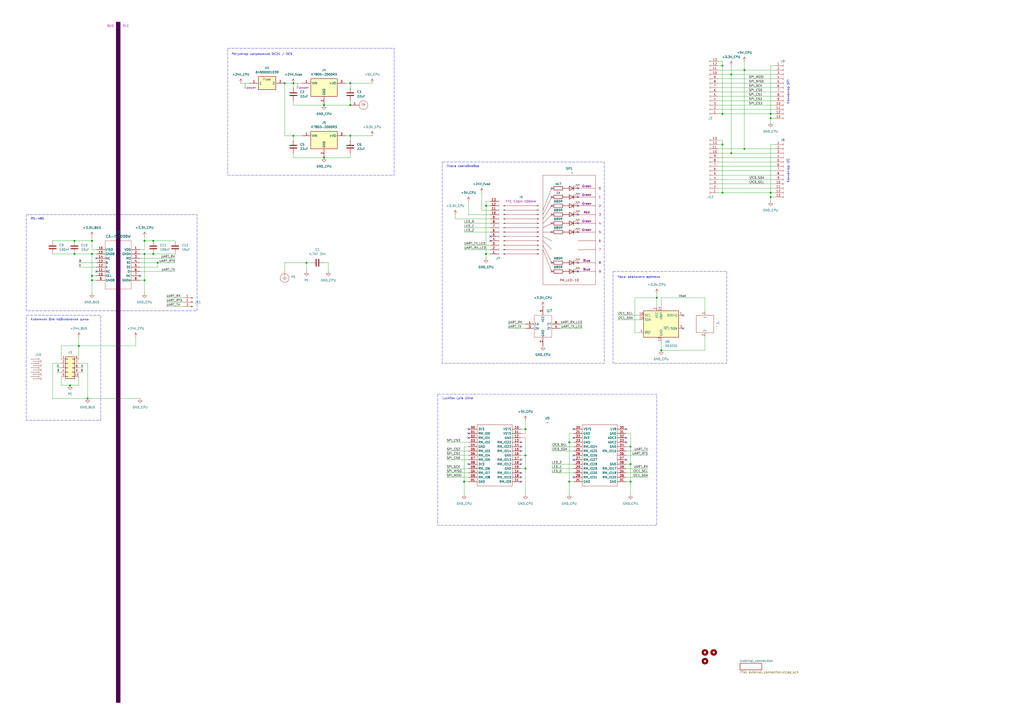
<source format=kicad_sch>
(kicad_sch (version 20250114) (generator "eeschema") (generator_version "9.0")
  (paper "A2")
  (title_block (title "${article} v${version}"))
  (rectangle (start 254 228.6) (end 381 304.8) (stroke (width 0) (type dash)))
  (rectangle (start 15.24 124.46) (end 114.3 180.34) (stroke (width 0) (type dash)))
  (rectangle (start 67.31 12.7) (end 69.85 407.67) (stroke (width 0) (type dot) (color 72 0 72 1)) (fill (type color) (color 72 0 72 1)))
  (rectangle (start 355.6 157.48) (end 421.64 210.82) (stroke (width 0) (type dash)))
  (rectangle (start 256.54 93.98) (end 350.52 210.82) (stroke (width 0) (type dash)))
  (rectangle (start 15.24 182.88) (end 58.42 243.84) (stroke (width 0) (type dash)))
  (rectangle (start 132.08 27.94) (end 228.6 101.6) (stroke (width 0) (type dash)))
  (text "BUS" (at 66.04 15.24 0) (effects (font (size 1.27 1.27)) (justify right)))
  (text "Клеммник для подключения шины" (at 17.78 185.42 0) (effects (font (size 1.27 1.27)) (justify left)))
  (text "RS-485" (at 17.78 127 0) (effects (font (size 1.27 1.27)) (justify left)))
  (text "Luckfox Lyra Ultra" (at 256.54 231.14 0) (effects (font (size 1.27 1.27)) (justify left)))
  (text "PLC" (at 71.12 15.24 0) (effects (font (size 1.27 1.27)) (justify left)))
  (text "Коннектор SPI" (at 457.2 53.34 90) (effects (font (size 1.27 1.27))))
  (text "Часы реального времени" (at 358.14 160.02 0) (effects (font (size 1.27 1.27)) (justify left top)))
  (text "Коннектор I2C" (at 457.2 99.06 90) (effects (font (size 1.27 1.27))))
  (text "Регулятор напряжения DC24 / DC5" (at 134.366 31.496 0) (effects (font (size 1.27 1.27)) (justify left)))
  (text "Плата светодиодов" (at 259.08 96.52 0) (effects (font (size 1.27 1.27)) (justify left)))
  (junction (at 447.04 111.76))
  (junction (at 170.18 48.26))
  (junction (at 53.34 160.02))
  (junction (at 419.1 66.04))
  (junction (at 83.82 139.7))
  (junction (at 281.94 119.38))
  (junction (at 447.04 66.04))
  (junction (at 424.18 88.9))
  (junction (at 43.18 139.7))
  (junction (at 177.8 152.4))
  (junction (at 281.94 147.32))
  (junction (at 365.76 259.08))
  (junction (at 83.82 147.32))
  (junction (at 330.2 279.4))
  (junction (at 365.76 269.24))
  (junction (at 269.24 279.4))
  (junction (at 45.72 200.66))
  (junction (at 83.82 162.56))
  (junction (at 187.96 60.96))
  (junction (at 53.34 139.7))
  (junction (at 304.8 271.78))
  (junction (at 53.34 147.32))
  (junction (at 419.1 111.76))
  (junction (at 165.1 48.26))
  (junction (at 50.8 231.14))
  (junction (at 53.34 162.56))
  (junction (at 304.8 264.16))
  (junction (at 431.8 40.64))
  (junction (at 203.2 60.96))
  (junction (at 187.96 91.44))
  (junction (at 365.76 279.4))
  (junction (at 330.2 256.54))
  (junction (at 40.64 223.52))
  (junction (at 91.44 152.4))
  (junction (at 43.18 147.32))
  (junction (at 304.8 248.92))
  (junction (at 419.1 38.1))
  (junction (at 88.9 139.7))
  (junction (at 88.9 147.32))
  (junction (at 447.04 114.3))
  (junction (at 419.1 83.82))
  (junction (at 383.54 203.2))
  (junction (at 447.04 68.58))
  (junction (at 203.2 48.26))
  (junction (at 381 172.72))
  (junction (at 424.18 43.18))
  (junction (at 170.18 78.74))
  (junction (at 203.2 78.74))
  (junction (at 431.8 86.36))
  (no_connect (at 55.88 157.48))
  (no_connect (at 320.04 119.38))
  (no_connect (at 363.22 248.92))
  (no_connect (at 335.28 119.38))
  (no_connect (at 302.26 261.62))
  (no_connect (at 335.28 109.22))
  (no_connect (at 335.28 124.46))
  (no_connect (at 332.74 266.7))
  (no_connect (at 320.04 157.48))
  (no_connect (at 320.04 152.4))
  (no_connect (at 335.28 129.54))
  (no_connect (at 332.74 276.86))
  (no_connect (at 302.26 276.86))
  (no_connect (at 320.04 129.54))
  (no_connect (at 363.22 254))
  (no_connect (at 335.28 134.62))
  (no_connect (at 81.28 160.02))
  (no_connect (at 335.28 114.3))
  (no_connect (at 271.78 248.92))
  (no_connect (at 302.26 256.54))
  (no_connect (at 302.26 266.7))
  (no_connect (at 332.74 264.16))
  (no_connect (at 363.22 256.54))
  (no_connect (at 302.26 274.32))
  (no_connect (at 55.88 149.86))
  (no_connect (at 335.28 152.4))
  (no_connect (at 335.28 157.48))
  (no_connect (at 302.26 269.24))
  (no_connect (at 271.78 251.46))
  (no_connect (at 284.48 137.16))
  (no_connect (at 302.26 259.08))
  (no_connect (at 302.26 279.4))
  (no_connect (at 284.48 139.7))
  (no_connect (at 320.04 124.46))
  (no_connect (at 332.74 248.92))
  (no_connect (at 363.22 266.7))
  (no_connect (at 271.78 254))
  (no_connect (at 332.74 254))
  (no_connect (at 320.04 114.3))
  (no_connect (at 320.04 134.62))
  (no_connect (at 396.24 190.5))
  (no_connect (at 271.78 269.24))
  (no_connect (at 320.04 109.22))
  (no_connect (at 396.24 182.88))
  (wire (pts (xy 53.34 147.32) (xy 53.34 160.02)))
  (wire (pts (xy 45.72 215.9) (xy 48.26 215.9)))
  (wire (pts (xy 279.4 121.92) (xy 284.48 121.92)))
  (wire (pts (xy 447.04 71.12) (xy 447.04 68.58)))
  (wire (pts (xy 88.9 147.32) (xy 101.6 147.32)))
  (wire (pts (xy 259.08 256.54) (xy 271.78 256.54)))
  (wire (pts (xy 363.22 271.78) (xy 375.92 271.78)))
  (wire (pts (xy 449.58 114.3) (xy 447.04 114.3)))
  (wire (pts (xy 259.08 271.78) (xy 271.78 271.78)))
  (wire (pts (xy 368.3 172.72) (xy 381 172.72)))
  (wire (pts (xy 170.18 78.74) (xy 170.18 81.28)))
  (wire (pts (xy 35.56 208.28) (xy 35.56 200.66)))
  (wire (pts (xy 91.44 152.4) (xy 91.44 154.94)))
  (wire (pts (xy 363.22 261.62) (xy 375.92 261.62)))
  (wire (pts (xy 96.52 175.26) (xy 106.68 175.26)))
  (wire (pts (xy 424.18 43.18) (xy 449.58 43.18)))
  (wire (pts (xy 383.54 198.12) (xy 383.54 203.2)))
  (wire (pts (xy 419.1 38.1) (xy 419.1 66.04)))
  (wire (pts (xy 190.5 157.48) (xy 190.5 152.4)))
  (wire (pts (xy 383.54 177.8) (xy 383.54 172.72)))
  (wire (pts (xy 203.2 78.74) (xy 215.9 78.74)))
  (wire (pts (xy 177.8 152.4) (xy 180.34 152.4)))
  (wire (pts (xy 269.24 142.24) (xy 284.48 142.24)))
  (wire (pts (xy 330.2 279.4) (xy 330.2 287.02)))
  (wire (pts (xy 416.56 40.64) (xy 431.8 40.64)))
  (wire (pts (xy 358.14 185.42) (xy 370.84 185.42)))
  (wire (pts (xy 40.64 223.52) (xy 45.72 223.52)))
  (wire (pts (xy 419.1 35.56) (xy 419.1 38.1)))
  (wire (pts (xy 30.48 139.7) (xy 43.18 139.7)))
  (wire (pts (xy 365.76 251.46) (xy 365.76 259.08)))
  (wire (pts (xy 363.22 259.08) (xy 365.76 259.08)))
  (wire (pts (xy 408.94 172.72) (xy 408.94 180.34)))
  (wire (pts (xy 302.26 248.92) (xy 304.8 248.92)))
  (wire (pts (xy 78.74 195.58) (xy 78.74 200.66)))
  (wire (pts (xy 53.34 139.7) (xy 53.34 144.78)))
  (wire (pts (xy 35.56 223.52) (xy 40.64 223.52)))
  (wire (pts (xy 416.56 101.6) (xy 449.58 101.6)))
  (wire (pts (xy 81.28 149.86) (xy 101.6 149.86)))
  (wire (pts (xy 45.72 195.58) (xy 45.72 200.66)))
  (wire (pts (xy 50.8 210.82) (xy 50.8 231.14)))
  (wire (pts (xy 35.56 210.82) (xy 30.48 210.82)))
  (wire (pts (xy 81.28 154.94) (xy 91.44 154.94)))
  (wire (pts (xy 55.88 147.32) (xy 53.34 147.32)))
  (wire (pts (xy 271.78 279.4) (xy 269.24 279.4)))
  (wire (pts (xy 81.28 147.32) (xy 83.82 147.32)))
  (wire (pts (xy 304.8 264.16) (xy 304.8 271.78)))
  (wire (pts (xy 45.72 152.4) (xy 55.88 152.4)))
  (wire (pts (xy 33.02 215.9) (xy 35.56 215.9)))
  (wire (pts (xy 449.58 88.9) (xy 424.18 88.9)))
  (wire (pts (xy 30.48 210.82) (xy 30.48 231.14)))
  (wire (pts (xy 332.74 279.4) (xy 330.2 279.4)))
  (wire (pts (xy 269.24 132.08) (xy 284.48 132.08)))
  (wire (pts (xy 30.48 231.14) (xy 50.8 231.14)))
  (wire (pts (xy 320.04 269.24) (xy 332.74 269.24)))
  (wire (pts (xy 170.18 60.96) (xy 187.96 60.96)))
  (wire (pts (xy 203.2 48.26) (xy 203.2 50.8)))
  (wire (pts (xy 294.64 187.96) (xy 304.8 187.96)))
  (wire (pts (xy 271.78 116.84) (xy 271.78 124.46)))
  (wire (pts (xy 281.94 119.38) (xy 281.94 147.32)))
  (wire (pts (xy 416.56 53.34) (xy 449.58 53.34)))
  (wire (pts (xy 170.18 48.26) (xy 175.26 48.26)))
  (wire (pts (xy 203.2 58.42) (xy 203.2 60.96)))
  (wire (pts (xy 447.04 68.58) (xy 447.04 66.04)))
  (wire (pts (xy 281.94 119.38) (xy 284.48 119.38)))
  (wire (pts (xy 416.56 91.44) (xy 449.58 91.44)))
  (wire (pts (xy 424.18 43.18) (xy 424.18 38.1)))
  (wire (pts (xy 365.76 279.4) (xy 363.22 279.4)))
  (wire (pts (xy 281.94 116.84) (xy 281.94 119.38)))
  (wire (pts (xy 81.28 152.4) (xy 91.44 152.4)))
  (wire (pts (xy 203.2 88.9) (xy 203.2 91.44)))
  (wire (pts (xy 332.74 251.46) (xy 330.2 251.46)))
  (wire (pts (xy 419.1 83.82) (xy 419.1 111.76)))
  (wire (pts (xy 170.18 78.74) (xy 165.1 78.74)))
  (wire (pts (xy 50.8 231.14) (xy 81.28 231.14)))
  (wire (pts (xy 139.7 48.26) (xy 144.78 48.26)))
  (wire (pts (xy 330.2 256.54) (xy 330.2 279.4)))
  (wire (pts (xy 365.76 269.24) (xy 365.76 279.4)))
  (wire (pts (xy 416.56 35.56) (xy 419.1 35.56)))
  (wire (pts (xy 431.8 40.64) (xy 449.58 40.64)))
  (wire (pts (xy 416.56 50.8) (xy 449.58 50.8)))
  (wire (pts (xy 259.08 274.32) (xy 271.78 274.32)))
  (wire (pts (xy 170.18 60.96) (xy 170.18 58.42)))
  (wire (pts (xy 447.04 38.1) (xy 447.04 66.04)))
  (wire (pts (xy 337.82 187.96) (xy 325.12 187.96)))
  (wire (pts (xy 43.18 139.7) (xy 53.34 139.7)))
  (wire (pts (xy 320.04 259.08) (xy 332.74 259.08)))
  (wire (pts (xy 416.56 45.72) (xy 449.58 45.72)))
  (wire (pts (xy 302.26 254) (xy 304.8 254)))
  (wire (pts (xy 187.96 60.96) (xy 203.2 60.96)))
  (wire (pts (xy 83.82 137.16) (xy 83.82 139.7)))
  (wire (pts (xy 363.22 276.86) (xy 375.92 276.86)))
  (wire (pts (xy 302.26 271.78) (xy 304.8 271.78)))
  (wire (pts (xy 259.08 276.86) (xy 271.78 276.86)))
  (wire (pts (xy 381 170.18) (xy 381 172.72)))
  (wire (pts (xy 368.3 193.04) (xy 370.84 193.04)))
  (wire (pts (xy 416.56 48.26) (xy 449.58 48.26)))
  (wire (pts (xy 383.54 172.72) (xy 408.94 172.72)))
  (wire (pts (xy 381 172.72) (xy 381 177.8)))
  (wire (pts (xy 332.74 256.54) (xy 330.2 256.54)))
  (wire (pts (xy 281.94 147.32) (xy 284.48 147.32)))
  (wire (pts (xy 175.26 78.74) (xy 170.18 78.74)))
  (wire (pts (xy 447.04 114.3) (xy 447.04 116.84)))
  (wire (pts (xy 96.52 172.72) (xy 106.68 172.72)))
  (wire (pts (xy 302.26 264.16) (xy 304.8 264.16)))
  (wire (pts (xy 294.64 190.5) (xy 304.8 190.5)))
  (wire (pts (xy 269.24 144.78) (xy 284.48 144.78)))
  (wire (pts (xy 203.2 48.26) (xy 215.9 48.26)))
  (wire (pts (xy 165.1 152.4) (xy 177.8 152.4)))
  (wire (pts (xy 449.58 86.36) (xy 431.8 86.36)))
  (wire (pts (xy 416.56 99.06) (xy 449.58 99.06)))
  (wire (pts (xy 419.1 66.04) (xy 447.04 66.04)))
  (wire (pts (xy 320.04 261.62) (xy 332.74 261.62)))
  (wire (pts (xy 449.58 111.76) (xy 447.04 111.76)))
  (wire (pts (xy 33.02 213.36) (xy 35.56 213.36)))
  (wire (pts (xy 416.56 93.98) (xy 449.58 93.98)))
  (wire (pts (xy 259.08 261.62) (xy 271.78 261.62)))
  (wire (pts (xy 271.78 124.46) (xy 284.48 124.46)))
  (wire (pts (xy 416.56 60.96) (xy 449.58 60.96)))
  (wire (pts (xy 416.56 83.82) (xy 419.1 83.82)))
  (wire (pts (xy 279.4 111.76) (xy 279.4 121.92)))
  (wire (pts (xy 416.56 58.42) (xy 449.58 58.42)))
  (wire (pts (xy 53.34 160.02) (xy 55.88 160.02)))
  (wire (pts (xy 363.22 274.32) (xy 375.92 274.32)))
  (wire (pts (xy 170.18 91.44) (xy 187.96 91.44)))
  (wire (pts (xy 304.8 254) (xy 304.8 264.16)))
  (wire (pts (xy 419.1 81.28) (xy 419.1 83.82)))
  (wire (pts (xy 91.44 152.4) (xy 101.6 152.4)))
  (wire (pts (xy 269.24 259.08) (xy 269.24 279.4)))
  (wire (pts (xy 363.22 264.16) (xy 375.92 264.16)))
  (wire (pts (xy 330.2 251.46) (xy 330.2 256.54)))
  (wire (pts (xy 45.72 154.94) (xy 55.88 154.94)))
  (wire (pts (xy 416.56 86.36) (xy 431.8 86.36)))
  (wire (pts (xy 269.24 129.54) (xy 284.48 129.54)))
  (wire (pts (xy 424.18 88.9) (xy 424.18 43.18)))
  (wire (pts (xy 271.78 259.08) (xy 269.24 259.08)))
  (wire (pts (xy 416.56 63.5) (xy 449.58 63.5)))
  (wire (pts (xy 83.82 147.32) (xy 83.82 162.56)))
  (wire (pts (xy 190.5 152.4) (xy 187.96 152.4)))
  (wire (pts (xy 337.82 190.5) (xy 325.12 190.5)))
  (wire (pts (xy 447.04 83.82) (xy 447.04 111.76)))
  (wire (pts (xy 30.48 147.32) (xy 43.18 147.32)))
  (wire (pts (xy 35.56 200.66) (xy 45.72 200.66)))
  (wire (pts (xy 416.56 38.1) (xy 419.1 38.1)))
  (wire (pts (xy 269.24 134.62) (xy 284.48 134.62)))
  (wire (pts (xy 264.16 127) (xy 284.48 127)))
  (wire (pts (xy 416.56 106.68) (xy 449.58 106.68)))
  (wire (pts (xy 416.56 66.04) (xy 419.1 66.04)))
  (wire (pts (xy 302.26 251.46) (xy 304.8 251.46)))
  (wire (pts (xy 363.22 269.24) (xy 365.76 269.24)))
  (wire (pts (xy 259.08 266.7) (xy 271.78 266.7)))
  (wire (pts (xy 83.82 162.56) (xy 83.82 170.18)))
  (wire (pts (xy 177.8 152.4) (xy 177.8 157.48)))
  (wire (pts (xy 269.24 279.4) (xy 269.24 287.02)))
  (wire (pts (xy 170.18 48.26) (xy 170.18 50.8)))
  (wire (pts (xy 83.82 144.78) (xy 83.82 139.7)))
  (wire (pts (xy 383.54 203.2) (xy 408.94 203.2)))
  (wire (pts (xy 431.8 86.36) (xy 431.8 40.64)))
  (wire (pts (xy 368.3 172.72) (xy 368.3 193.04)))
  (wire (pts (xy 447.04 111.76) (xy 447.04 114.3)))
  (wire (pts (xy 304.8 248.92) (xy 304.8 243.84)))
  (wire (pts (xy 259.08 264.16) (xy 271.78 264.16)))
  (wire (pts (xy 304.8 271.78) (xy 304.8 287.02)))
  (wire (pts (xy 83.82 144.78) (xy 81.28 144.78)))
  (wire (pts (xy 53.34 144.78) (xy 55.88 144.78)))
  (wire (pts (xy 200.66 78.74) (xy 203.2 78.74)))
  (wire (pts (xy 53.34 137.16) (xy 53.34 139.7)))
  (wire (pts (xy 408.94 203.2) (xy 408.94 195.58)))
  (wire (pts (xy 165.1 78.74) (xy 165.1 48.26)))
  (wire (pts (xy 365.76 259.08) (xy 365.76 269.24)))
  (wire (pts (xy 281.94 147.32) (xy 281.94 149.86)))
  (wire (pts (xy 45.72 210.82) (xy 50.8 210.82)))
  (wire (pts (xy 203.2 91.44) (xy 187.96 91.44)))
  (wire (pts (xy 165.1 48.26) (xy 170.18 48.26)))
  (wire (pts (xy 449.58 83.82) (xy 447.04 83.82)))
  (wire (pts (xy 83.82 162.56) (xy 81.28 162.56)))
  (wire (pts (xy 83.82 139.7) (xy 88.9 139.7)))
  (wire (pts (xy 304.8 251.46) (xy 304.8 248.92)))
  (wire (pts (xy 416.56 88.9) (xy 424.18 88.9)))
  (wire (pts (xy 320.04 274.32) (xy 332.74 274.32)))
  (wire (pts (xy 88.9 139.7) (xy 101.6 139.7)))
  (wire (pts (xy 45.72 213.36) (xy 48.26 213.36)))
  (wire (pts (xy 419.1 111.76) (xy 447.04 111.76)))
  (wire (pts (xy 416.56 104.14) (xy 449.58 104.14)))
  (wire (pts (xy 416.56 55.88) (xy 449.58 55.88)))
  (wire (pts (xy 96.52 177.8) (xy 106.68 177.8)))
  (wire (pts (xy 45.72 208.28) (xy 45.72 200.66)))
  (wire (pts (xy 81.28 157.48) (xy 101.6 157.48)))
  (wire (pts (xy 449.58 66.04) (xy 447.04 66.04)))
  (wire (pts (xy 35.56 218.44) (xy 35.56 223.52)))
  (wire (pts (xy 203.2 78.74) (xy 203.2 81.28)))
  (wire (pts (xy 53.34 160.02) (xy 53.34 162.56)))
  (wire (pts (xy 53.34 162.56) (xy 55.88 162.56)))
  (wire (pts (xy 449.58 38.1) (xy 447.04 38.1)))
  (wire (pts (xy 78.74 200.66) (xy 45.72 200.66)))
  (wire (pts (xy 45.72 223.52) (xy 45.72 218.44)))
  (wire (pts (xy 358.14 182.88) (xy 370.84 182.88)))
  (wire (pts (xy 363.22 251.46) (xy 365.76 251.46)))
  (wire (pts (xy 416.56 96.52) (xy 449.58 96.52)))
  (wire (pts (xy 170.18 88.9) (xy 170.18 91.44)))
  (wire (pts (xy 43.18 147.32) (xy 53.34 147.32)))
  (wire (pts (xy 365.76 287.02) (xy 365.76 279.4)))
  (wire (pts (xy 431.8 35.56) (xy 431.8 40.64)))
  (wire (pts (xy 416.56 109.22) (xy 449.58 109.22)))
  (wire (pts (xy 264.16 127) (xy 264.16 124.46)))
  (wire (pts (xy 83.82 147.32) (xy 88.9 147.32)))
  (wire (pts (xy 165.1 157.48) (xy 165.1 152.4)))
  (wire (pts (xy 320.04 271.78) (xy 332.74 271.78)))
  (wire (pts (xy 53.34 162.56) (xy 53.34 170.18)))
  (wire (pts (xy 416.56 43.18) (xy 424.18 43.18)))
  (wire (pts (xy 200.66 48.26) (xy 203.2 48.26)))
  (wire (pts (xy 416.56 81.28) (xy 419.1 81.28)))
  (wire (pts (xy 447.04 68.58) (xy 449.58 68.58)))
  (wire (pts (xy 416.56 111.76) (xy 419.1 111.76)))
  (wire (pts (xy 284.48 116.84) (xy 281.94 116.84)))
  (label "UART_RTS" (at 375.92 264.16 180))
  (label "SPI_MOSI" (at 259.08 276.86 0))
  (label "UART_RTS" (at 96.52 175.26 0))
  (label "Vbat" (at 393.7 172.72 0))
  (label "SPI_CS2" (at 434.34 58.42 0))
  (label "UART_RX_LED" (at 269.24 144.78 0))
  (label "I2C0_SDA" (at 434.34 104.14 0))
  (label "SPI_CS0" (at 434.34 53.34 0))
  (label "UART_TX_LED" (at 269.24 142.24 0))
  (label "LED_1" (at 269.24 132.08 0))
  (label "UART_RX" (at 294.64 187.96 0))
  (label "I2C0_SCL" (at 434.34 106.68 0))
  (label "UART_RTS" (at 101.6 152.4 180))
  (label "SPI_CS3" (at 259.08 256.54 0))
  (label "LED_2" (at 269.24 134.62 0))
  (label "I2C0_SDA" (at 320.04 261.62 0))
  (label "A" (at 33.02 213.36 0))
  (label "SPI_CS1" (at 434.34 55.88 0))
  (label "A" (at 48.26 213.36 180))
  (label "I2C1_SDA" (at 358.14 185.42 0))
  (label "SPI_CS1" (at 259.08 264.16 0))
  (label "UART_TX_LED" (at 337.82 190.5 180))
  (label "UART_TX" (at 294.64 190.5 0))
  (label "UART_RX" (at 375.92 271.78 180))
  (label "UART_RX_LED" (at 337.82 187.96 180))
  (label "UART_RX" (at 96.52 172.72 0))
  (label "I2C1_SDA" (at 375.92 276.86 180))
  (label "LED_2" (at 320.04 269.24 0))
  (label "B" (at 33.02 215.9 0))
  (label "LED_0" (at 320.04 274.32 0))
  (label "LED_1" (at 320.04 271.78 0))
  (label "UART_TX" (at 375.92 261.62 180))
  (label "LED_0" (at 269.24 129.54 0))
  (label "SPI_MOSI" (at 434.34 45.72 0))
  (label "UART_TX" (at 101.6 157.48 180))
  (label "B" (at 45.72 152.4 0))
  (label "B" (at 48.26 215.9 180))
  (label "UART_RX" (at 101.6 149.86 180))
  (label "SPI_MISO" (at 434.34 48.26 0))
  (label "SPI_SCK" (at 259.08 271.78 0))
  (label "I2C0_SCL" (at 320.04 259.08 0))
  (label "SPI_CS0" (at 259.08 266.7 0))
  (label "SPI_MISO" (at 259.08 274.32 0))
  (label "UART_TX" (at 96.52 177.8 0))
  (label "SPI_CS2" (at 259.08 261.62 0))
  (label "A" (at 45.72 154.94 0))
  (label "I2C1_SCL" (at 375.92 274.32 180))
  (label "SPI_SCK" (at 434.34 50.8 0))
  (label "SPI_CS3" (at 434.34 60.96 0))
  (label "I2C1_SCL" (at 358.14 182.88 0))
  (netclass_flag "" (length 2.54) (shape round) (at 172.72 48.26 180) (property "Netclass" "power" (at 173.4185 50.8 0) (effects (font (italic yes)) (justify left))))
  (netclass_flag "" (length 2.54) (shape round) (at 142.24 48.26 180) (property "Netclass" "power" (at 142.9385 50.8 0) (effects (font (italic yes)) (justify left))))
  (symbol (lib_id "kicad_inventree_lib:15EDGKNH-3.5-10P") (at 22.86 213.36 0) (unit 1) (on_board no)
    (property "Reference" "J10" (at 20.32 205.74 0) (effects (justify left)))
    (property "Value" "15EDGKNH-3.5-10P" (effects (hide yes)))
    (property "Datasheet" "http://inventree.network/part/257/" (effects (hide yes)))
    (property "Description" "Generic connector, single row, 01x05, script generated" (effects (hide yes)))
    (property "part_ipn" "15EDGKNH-3.5-10P" (effects (hide yes)))
  )
  (symbol (lib_id "power:GND") (at 187.96 60.96 0) (unit 1)
    (property "Reference" "#PWR04" (effects (hide yes)))
    (property "Value" "GND_CPU" (at 187.96 66.04 0))
    (property "Description" "Power symbol creates a global label with name \"GND\" , ground" (effects (hide yes)))
  )
  (symbol (lib_id "kicad_inventree_lib:R_680R_0603_1%") (at 323.85 129.54 90) (unit 1) (on_board no)
    (property "Reference" "R5" (effects (hide yes)))
    (property "Value" "680R" (at 323.85 127 90))
    (property "Footprint" "Resistor_SMD:R_0603_1608Metric" (effects (hide yes)))
    (property "Datasheet" "http://inventree.network/part/281/" (effects (hide yes)))
    (property "Description" "Resistor" (effects (hide yes)))
    (property "part_ipn" "R_680R_0603_1%" (effects (hide yes)))
  )
  (symbol (lib_id "power:GND") (at 40.64 223.52 0) (mirror y) (unit 1)
    (property "Reference" "#PWR023" (effects (hide yes)))
    (property "Value" "PE" (at 40.64 228.6 0))
    (property "Description" "Power symbol creates a global label with name \"GND\" , ground" (effects (hide yes)))
  )
  (symbol (lib_id "kicad_inventree_lib:AFA07-S12FCC-00") (at 411.48 101.6 180) (unit 1)
    (property "Reference" "J12" (at 412.115 114.3 0))
    (property "Value" "AFA07-S10FCC-00" (effects (hide yes)))
    (property "Footprint" "kicad_inventree_lib:CONN10_AFA07-S12_JUS" (effects (hide yes)))
    (property "Datasheet" "http://inventree.network/part/170/" (effects (hide yes)))
    (property "Description" "Generic connector, single row, 01x10, script generated" (effects (hide yes)))
    (property "part_ipn" "AFA07-S12FCC-00" (effects (hide yes)))
  )
  (symbol (lib_id "kicad_inventree_lib:R_680R_0603_1%") (at 323.85 157.48 90) (unit 1) (on_board no)
    (property "Reference" "R8" (effects (hide yes)))
    (property "Value" "680R" (at 323.85 154.94 90))
    (property "Footprint" "Resistor_SMD:R_0603_1608Metric" (effects (hide yes)))
    (property "Datasheet" "http://inventree.network/part/281/" (effects (hide yes)))
    (property "Description" "Resistor" (effects (hide yes)))
    (property "part_ipn" "R_680R_0603_1%" (effects (hide yes)))
  )
  (symbol (lib_id "kicad_inventree_lib:MountingHole_M3") (at 408.94 383.54 0) (unit 1) (exclude_from_sim yes) (in_bom no)
    (property "Reference" "H2" (effects (hide yes)))
    (property "Value" "MountingHole_M3" (effects (hide yes)))
    (property "Footprint" "kicad_inventree_lib:MountingHole_M3" (effects (hide yes)))
    (property "Description" "Mounting Hole without connection" (effects (hide yes)))
  )
  (symbol (lib_id "kicad_inventree_lib:XL-1606SYGC") (at 331.47 109.22 180) (unit 1) (on_board no)
    (property "Reference" "D2" (effects (hide yes)))
    (property "Value" "XL-1606SYGC" (effects (hide yes)))
    (property "Footprint" "kicad_inventree_lib:XL-1606" (effects (hide yes)))
    (property "Datasheet" "http://inventree.network/part/278/" (effects (hide yes)))
    (property "Description" "Green" (at 340.36 107.95 0))
    (property "part_ipn" "XL-1606SYGC" (effects (hide yes)))
  )
  (symbol (lib_id "power:+3.3V") (at 314.96 177.8 0) (unit 1)
    (property "Reference" "#PWR037" (effects (hide yes)))
    (property "Value" "+3.3V_CPU" (at 314.96 172.72 0))
    (property "Description" "Power symbol creates a global label with name \"+3.3V\"" (effects (hide yes)))
  )
  (symbol (lib_id "kicad_inventree_lib:AFA07-S12FCC-00") (at 411.48 55.88 180) (unit 1)
    (property "Reference" "J2" (at 412.115 68.58 0))
    (property "Value" "AFA07-S10FCC-00" (effects (hide yes)))
    (property "Footprint" "kicad_inventree_lib:CONN10_AFA07-S12_JUS" (effects (hide yes)))
    (property "Datasheet" "http://inventree.network/part/170/" (effects (hide yes)))
    (property "Description" "Generic connector, single row, 01x10, script generated" (effects (hide yes)))
    (property "part_ipn" "AFA07-S12FCC-00" (effects (hide yes)))
  )
  (symbol (lib_id "power:+5V") (at 215.9 48.26 0) (unit 1)
    (property "Reference" "#PWR03" (effects (hide yes)))
    (property "Value" "+5V_CPU" (at 215.9 43.18 0))
    (property "Description" "Power symbol creates a global label with name \"+5V\"" (effects (hide yes)))
  )
  (symbol (lib_id "power:GND") (at 269.24 287.02 0) (unit 1)
    (property "Reference" "#PWR044" (effects (hide yes)))
    (property "Value" "GND_CPU" (at 269.24 292.1 0))
    (property "Description" "Power symbol creates a global label with name \"GND\" , ground" (effects (hide yes)))
  )
  (symbol (lib_id "kicad_inventree_lib:XL-1606SYGC") (at 331.47 114.3 180) (unit 1) (on_board no)
    (property "Reference" "D3" (effects (hide yes)))
    (property "Value" "XL-1606SYGC" (effects (hide yes)))
    (property "Footprint" "kicad_inventree_lib:XL-1606" (effects (hide yes)))
    (property "Datasheet" "http://inventree.network/part/278/" (effects (hide yes)))
    (property "Description" "Green" (at 340.36 113.03 0))
    (property "part_ipn" "XL-1606SYGC" (effects (hide yes)))
  )
  (symbol (lib_id "power:+5V") (at 78.74 195.58 0) (mirror y) (unit 1)
    (property "Reference" "#PWR025" (effects (hide yes)))
    (property "Value" "+24V_CPU" (at 78.74 190.5 0))
    (property "Description" "Power symbol creates a global label with name \"+5V\"" (effects (hide yes)))
  )
  (symbol (lib_id "power:GND") (at 281.94 149.86 0) (unit 1)
    (property "Reference" "#PWR032" (effects (hide yes)))
    (property "Value" "GND_CPU" (at 281.94 154.94 0))
    (property "Description" "Power symbol creates a global label with name \"GND\" , ground" (effects (hide yes)))
  )
  (symbol (lib_id "power:GND") (at 383.54 203.2 0) (unit 1)
    (property "Reference" "#PWR034" (effects (hide yes)))
    (property "Value" "GND_CPU" (at 383.54 208.28 0))
    (property "Description" "Power symbol creates a global label with name \"GND\" , ground" (effects (hide yes)))
  )
  (symbol (lib_id "kicad_inventree_lib:R_680R_0603_1%") (at 323.85 152.4 90) (unit 1) (on_board no)
    (property "Reference" "R7" (effects (hide yes)))
    (property "Value" "680R" (at 323.85 149.86 90))
    (property "Footprint" "Resistor_SMD:R_0603_1608Metric" (effects (hide yes)))
    (property "Datasheet" "http://inventree.network/part/281/" (effects (hide yes)))
    (property "Description" "Resistor" (effects (hide yes)))
    (property "part_ipn" "R_680R_0603_1%" (effects (hide yes)))
  )
  (symbol (lib_id "power:GND") (at 330.2 287.02 0) (unit 1)
    (property "Reference" "#PWR042" (effects (hide yes)))
    (property "Value" "GND_CPU" (at 330.2 292.1 0))
    (property "Description" "Power symbol creates a global label with name \"GND\" , ground" (effects (hide yes)))
  )
  (symbol (lib_id "kicad_inventree_lib:XL-1606SYGC") (at 331.47 129.54 180) (unit 1) (on_board no)
    (property "Reference" "D6" (effects (hide yes)))
    (property "Value" "XL-1606SYGC" (effects (hide yes)))
    (property "Footprint" "kicad_inventree_lib:XL-1606" (effects (hide yes)))
    (property "Datasheet" "http://inventree.network/part/278/" (effects (hide yes)))
    (property "Description" "Green" (at 340.36 128.27 0))
    (property "part_ipn" "XL-1606SYGC" (effects (hide yes)))
  )
  (symbol (lib_id "kicad_inventree_lib:BS-12-A1AJ002-F") (at 408.94 182.88 0) (unit 1)
    (property "Reference" "J1" (at 415.29 187.3249 0) (effects (justify left)))
    (property "Value" "~" (at 415.29 189.23 0) (effects (justify left)))
    (property "Footprint" "kicad_inventree_lib:BS-12-A1AJ002-F" (effects (hide yes)))
    (property "Datasheet" "http://inventree.network/part/215/" (effects (hide yes)))
    (property "part_ipn" "BS-12-A1AJ002-F" (effects (hide yes)))
  )
  (symbol (lib_id "kicad_inventree_lib:XL-1606SYGC") (at 331.47 134.62 180) (unit 1) (on_board no)
    (property "Reference" "D7" (effects (hide yes)))
    (property "Value" "XL-1606SYGC" (effects (hide yes)))
    (property "Footprint" "kicad_inventree_lib:XL-1606" (effects (hide yes)))
    (property "Datasheet" "http://inventree.network/part/278/" (effects (hide yes)))
    (property "Description" "Green" (at 340.36 133.35 0))
    (property "part_ipn" "XL-1606SYGC" (effects (hide yes)))
  )
  (symbol (lib_id "kicad_inventree_lib:C_22uF_50V_2220_MLCC-X7R") (at 203.2 54.61 0) (unit 1)
    (property "Reference" "C3" (at 207.01 53.3399 0) (effects (justify left)))
    (property "Value" "22uF" (at 207.01 55.8799 0) (effects (justify left)))
    (property "Footprint" "Capacitor_SMD:C_2220_5750Metric" (effects (hide yes)))
    (property "Datasheet" "http://inventree.network/part/99/" (effects (hide yes)))
    (property "Description" "Unpolarized capacitor" (effects (hide yes)))
    (property "part_ipn" "C_22uF_50V_2220_MLCC-X7R" (effects (hide yes)))
  )
  (symbol (lib_id "power:GND") (at 365.76 287.02 0) (unit 1)
    (property "Reference" "#PWR043" (effects (hide yes)))
    (property "Value" "GND_CPU" (at 365.76 292.1 0))
    (property "Description" "Power symbol creates a global label with name \"GND\" , ground" (effects (hide yes)))
  )
  (symbol (lib_id "power:+5V") (at 431.8 35.56 0) (unit 1)
    (property "Reference" "#PWR028" (effects (hide yes)))
    (property "Value" "+5V_CPU" (at 431.8 30.48 0))
    (property "Description" "Power symbol creates a global label with name \"+5V\"" (effects (hide yes)))
  )
  (symbol (lib_id "kicad_inventree_lib:XL-1606UBC") (at 331.47 157.48 180) (unit 1) (on_board no)
    (property "Reference" "D9" (effects (hide yes)))
    (property "Value" "XL-1606UBC" (effects (hide yes)))
    (property "Footprint" "kicad_inventree_lib:XL-1606" (effects (hide yes)))
    (property "Datasheet" "http://inventree.network/part/277/" (effects (hide yes)))
    (property "Description" "Blue" (at 340.36 156.21 0))
    (property "part_ipn" "XL-1606UBC" (effects (hide yes)))
  )
  (symbol (lib_id "kicad_inventree_lib:AFA07-S12FCC-00") (at 454.66 93.98 0) (unit 1)
    (property "Reference" "J8" (at 454.025 81.28 0))
    (property "Value" "AFA07-S10FCC-00" (effects (hide yes)))
    (property "Footprint" "kicad_inventree_lib:CONN10_AFA07-S12_JUS" (effects (hide yes)))
    (property "Datasheet" "http://inventree.network/part/170/" (effects (hide yes)))
    (property "Description" "Generic connector, single row, 01x10, script generated" (effects (hide yes)))
    (property "part_ipn" "AFA07-S12FCC-00" (effects (hide yes)))
  )
  (symbol (lib_id "kicad_inventree_lib:R_680R_0603_1%") (at 323.85 124.46 90) (unit 1) (on_board no)
    (property "Reference" "R4" (effects (hide yes)))
    (property "Value" "680R" (at 323.85 121.92 90))
    (property "Footprint" "Resistor_SMD:R_0603_1608Metric" (effects (hide yes)))
    (property "Datasheet" "http://inventree.network/part/281/" (effects (hide yes)))
    (property "Description" "Resistor" (effects (hide yes)))
    (property "part_ipn" "R_680R_0603_1%" (effects (hide yes)))
  )
  (symbol (lib_id "kicad_inventree_lib:R_1k_0603_1%") (at 323.85 114.3 90) (unit 1) (on_board no)
    (property "Reference" "R1" (effects (hide yes)))
    (property "Value" "1k" (at 323.85 111.76 90))
    (property "Footprint" "Resistor_SMD:R_0603_1608Metric" (effects (hide yes)))
    (property "Datasheet" "http://inventree.network/part/280/" (effects (hide yes)))
    (property "Description" "Resistor" (effects (hide yes)))
    (property "part_ipn" "R_1k_0603_1%" (effects (hide yes)))
  )
  (symbol (lib_id "kicad_inventree_lib:XL-1606SURC") (at 331.47 124.46 180) (unit 1) (on_board no)
    (property "Reference" "D5" (effects (hide yes)))
    (property "Value" "XL-1606SURC" (effects (hide yes)))
    (property "Footprint" "kicad_inventree_lib:XL-1606" (effects (hide yes)))
    (property "Datasheet" "http://inventree.network/part/279/" (effects (hide yes)))
    (property "Description" "Red" (at 340.36 123.19 0))
    (property "part_ipn" "XL-1606SURC" (effects (hide yes)))
  )
  (symbol (lib_id "power:+5V") (at 139.7 48.26 0) (unit 1)
    (property "Reference" "#PWR010" (effects (hide yes)))
    (property "Value" "+24V_CPU" (at 139.7 43.18 0))
    (property "Description" "Power symbol creates a global label with name \"+5V\"" (effects (hide yes)))
  )
  (symbol (lib_id "kicad_inventree_lib:PE") (at 165.1 157.48 0) (unit 1) (in_bom no)
    (property "Reference" "PE1" (effects (hide yes)))
    (property "Value" "PE" (at 168.91 160.6549 0) (effects (justify left)))
    (property "Footprint" "kicad_inventree_lib:PE" (effects (hide yes)))
    (property "Description" "Power symbol creates a global label with name \"Earth_Protective\"" (effects (hide yes)))
  )
  (symbol (lib_id "kicad_inventree_lib:C_22uF_50V_2220_MLCC-X7R") (at 170.18 85.09 0) (unit 1)
    (property "Reference" "C5" (at 173.99 83.8199 0) (effects (justify left)))
    (property "Value" "22uF" (at 173.99 86.3599 0) (effects (justify left)))
    (property "Footprint" "Capacitor_SMD:C_2220_5750Metric" (effects (hide yes)))
    (property "Datasheet" "http://inventree.network/part/99/" (effects (hide yes)))
    (property "Description" "Unpolarized capacitor" (effects (hide yes)))
    (property "part_ipn" "C_22uF_50V_2220_MLCC-X7R" (effects (hide yes)))
  )
  (symbol (lib_id "power:+5V") (at 279.4 111.76 0) (unit 1)
    (property "Reference" "#PWR015" (effects (hide yes)))
    (property "Value" "+24V_fuse" (at 279.4 106.68 0))
    (property "Description" "Power symbol creates a global label with name \"+5V\"" (effects (hide yes)))
  )
  (symbol (lib_id "power:+3.3V") (at 381 170.18 0) (unit 1)
    (property "Reference" "#PWR033" (effects (hide yes)))
    (property "Value" "+3.3V_CPU" (at 381 165.1 0))
    (property "Description" "Power symbol creates a global label with name \"+3.3V\"" (effects (hide yes)))
  )
  (symbol (lib_id "power:+5V") (at 271.78 116.84 0) (unit 1)
    (property "Reference" "#PWR013" (effects (hide yes)))
    (property "Value" "+5V_CPU" (at 271.78 111.76 0))
    (property "Description" "Power symbol creates a global label with name \"+5V\"" (effects (hide yes)))
  )
  (symbol (lib_id "power:+3.3V") (at 264.16 124.46 0) (unit 1)
    (property "Reference" "#PWR022" (effects (hide yes)))
    (property "Value" "+3.3V_CPU" (at 264.16 119.38 0))
    (property "Description" "Power symbol creates a global label with name \"+3.3V\"" (effects (hide yes)))
  )
  (symbol (lib_id "kicad_inventree_lib:C_22uF_50V_2220_MLCC-X7R") (at 203.2 85.09 0) (unit 1)
    (property "Reference" "C6" (at 207.01 83.8199 0) (effects (justify left)))
    (property "Value" "22uF" (at 207.01 86.3599 0) (effects (justify left)))
    (property "Footprint" "Capacitor_SMD:C_2220_5750Metric" (effects (hide yes)))
    (property "Datasheet" "http://inventree.network/part/99/" (effects (hide yes)))
    (property "Description" "Unpolarized capacitor" (effects (hide yes)))
    (property "part_ipn" "C_22uF_50V_2220_MLCC-X7R" (effects (hide yes)))
  )
  (symbol (lib_id "power:+5V") (at 170.18 48.26 0) (unit 1)
    (property "Reference" "#PWR040" (effects (hide yes)))
    (property "Value" "+24V_fuse" (at 170.18 43.18 0))
    (property "Description" "Power symbol creates a global label with name \"+5V\"" (effects (hide yes)))
  )
  (symbol (lib_id "kicad_inventree_lib:R_680R_0603_1%") (at 323.85 119.38 90) (unit 1) (on_board no)
    (property "Reference" "R3" (effects (hide yes)))
    (property "Value" "680R" (at 323.85 116.84 90))
    (property "Footprint" "Resistor_SMD:R_0603_1608Metric" (effects (hide yes)))
    (property "Datasheet" "http://inventree.network/part/281/" (effects (hide yes)))
    (property "Description" "Resistor" (effects (hide yes)))
    (property "part_ipn" "R_680R_0603_1%" (effects (hide yes)))
  )
  (symbol (lib_id "kicad_inventree_lib:LuckfoxLyraUltra") (at 317.5 289.56 0) (unit 1)
    (property "Reference" "U5" (at 317.5 242.57 0))
    (property "Value" "~" (at 317.5 245.11 0))
    (property "Footprint" "kicad_inventree_lib:LuckfoxLyraUltra" (effects (hide yes)))
  )
  (symbol (lib_id "kicad_inventree_lib:XL-1606UBC") (at 331.47 152.4 180) (unit 1) (on_board no)
    (property "Reference" "D8" (effects (hide yes)))
    (property "Value" "XL-1606UBC" (effects (hide yes)))
    (property "Footprint" "kicad_inventree_lib:XL-1606" (effects (hide yes)))
    (property "Datasheet" "http://inventree.network/part/277/" (effects (hide yes)))
    (property "Description" "Blue" (at 340.36 151.13 0))
    (property "part_ipn" "XL-1606UBC" (effects (hide yes)))
  )
  (symbol (lib_id "kicad_inventree_lib:C_10uF_16V_0805_MLCC-X7R") (at 43.18 143.51 0) (unit 1)
    (property "Reference" "C10" (at 46.99 142.2399 0) (effects (justify left)))
    (property "Value" "10uF" (at 46.99 144.7799 0) (effects (justify left)))
    (property "Footprint" "Capacitor_SMD:C_0805_2012Metric" (effects (hide yes)))
    (property "Datasheet" "http://inventree.network/part/271/" (effects (hide yes)))
    (property "Description" "Unpolarized capacitor" (effects (hide yes)))
    (property "part_ipn" "C_10uF_16V_0805_MLCC-X7R" (effects (hide yes)))
  )
  (symbol (lib_id "power:+3.3V") (at 53.34 137.16 0) (unit 1)
    (property "Reference" "#PWR02" (effects (hide yes)))
    (property "Value" "+3.3V_BUS" (at 53.34 132.08 0))
    (property "Description" "Power symbol creates a global label with name \"+3.3V\"" (effects (hide yes)))
  )
  (symbol (lib_id "kicad_inventree_lib:C_22uF_50V_2220_MLCC-X7R") (at 170.18 54.61 0) (unit 1)
    (property "Reference" "C2" (at 173.99 53.3399 0) (effects (justify left)))
    (property "Value" "22uF" (at 173.99 55.8799 0) (effects (justify left)))
    (property "Footprint" "Capacitor_SMD:C_2220_5750Metric" (effects (hide yes)))
    (property "Datasheet" "http://inventree.network/part/99/" (effects (hide yes)))
    (property "Description" "Unpolarized capacitor" (effects (hide yes)))
    (property "part_ipn" "C_22uF_50V_2220_MLCC-X7R" (effects (hide yes)))
  )
  (symbol (lib_id "kicad_inventree_lib:C_4.7nF_2kV_1812_MLCC-X7R") (at 184.15 152.4 90) (unit 1)
    (property "Reference" "C1" (at 184.15 144.78 90))
    (property "Value" "4.7nF 2kV" (at 184.15 147.32 90))
    (property "Footprint" "Capacitor_SMD:C_1812_4532Metric" (effects (hide yes)))
    (property "Datasheet" "http://inventree.network/part/112/" (effects (hide yes)))
    (property "Description" "Unpolarized capacitor" (effects (hide yes)))
    (property "part_ipn" "C_4.7nF_2kV_1812_MLCC-X7R" (effects (hide yes)))
  )
  (symbol (lib_id "power:GND") (at 314.96 200.66 0) (unit 1)
    (property "Reference" "#PWR038" (effects (hide yes)))
    (property "Value" "GND_CPU" (at 314.96 205.74 0))
    (property "Description" "Power symbol creates a global label with name \"GND\" , ground" (effects (hide yes)))
  )
  (symbol (lib_id "power:+5V") (at 304.8 243.84 0) (unit 1)
    (property "Reference" "#PWR020" (effects (hide yes)))
    (property "Value" "+5V_CPU" (at 304.8 238.76 0))
    (property "Description" "Power symbol creates a global label with name \"+5V\"" (effects (hide yes)))
  )
  (symbol (lib_id "kicad_inventree_lib:15EDGRHC-THR-3.5-10P") (at 40.64 215.9 0) (unit 1)
    (property "Reference" "J3" (at 40.64 204.47 0))
    (property "Value" "15EDGRHC-THR-3.5-10P" (effects (hide yes)))
    (property "Footprint" "kicad_inventree_lib:15EDGRHC-THR-3.5-10P" (effects (hide yes)))
    (property "Datasheet" "http://inventree.network/part/232/" (effects (hide yes)))
    (property "Description" "Generic connector, double row, 02x05, odd/even pin numbering scheme (row 1 odd numbers, row 2 even numbers), script generated (kicad-library-utils/schlib/autogen/connector/)" (effects (hide yes)))
    (property "part_ipn" "15EDGRHC-THR-3.5-10P" (effects (hide yes)))
  )
  (symbol (lib_id "kicad_inventree_lib:R_4k7_0603_1%") (at 323.85 109.22 90) (unit 1) (on_board no)
    (property "Reference" "R2" (effects (hide yes)))
    (property "Value" "4k7" (at 323.85 106.68 90))
    (property "Footprint" "Resistor_SMD:R_0603_1608Metric" (effects (hide yes)))
    (property "Datasheet" "http://inventree.network/part/262/" (effects (hide yes)))
    (property "Description" "Resistor" (effects (hide yes)))
    (property "part_ipn" "R_4k7_0603_1%" (effects (hide yes)))
  )
  (symbol (lib_id "kicad_inventree_lib:K7803-2000R3") (at 187.96 76.2 0) (unit 1)
    (property "Reference" "J5" (at 187.96 71.12 0))
    (property "Value" "K7803-2000R3" (at 187.96 73.66 0))
    (property "Footprint" "kicad_inventree_lib:K7805-2000R3" (effects (hide yes)))
    (property "Datasheet" "http://inventree.network/part/118/" (effects (hide yes)))
    (property "Description" "K7803-2000R3" (effects (hide yes)))
    (property "part_ipn" "K7803-2000R3" (effects (hide yes)))
  )
  (symbol (lib_id "power:GND") (at 50.8 231.14 0) (mirror y) (unit 1)
    (property "Reference" "#PWR027" (effects (hide yes)))
    (property "Value" "GND_BUS" (at 50.8 236.22 0))
    (property "Description" "Power symbol creates a global label with name \"GND\" , ground" (effects (hide yes)))
  )
  (symbol (lib_id "power:GND") (at 53.34 170.18 0) (unit 1)
    (property "Reference" "#PWR06" (effects (hide yes)))
    (property "Value" "GND_BUS" (at 53.34 175.26 0))
    (property "Description" "Power symbol creates a global label with name \"GND\" , ground" (effects (hide yes)))
  )
  (symbol (lib_id "power:+3.3V") (at 215.9 78.74 0) (unit 1)
    (property "Reference" "#PWR018" (effects (hide yes)))
    (property "Value" "+3.3V_CPU" (at 215.9 73.66 0))
    (property "Description" "Power symbol creates a global label with name \"+3.3V\"" (effects (hide yes)))
  )
  (symbol (lib_id "kicad_inventree_lib:R_680R_0603_1%") (at 323.85 134.62 90) (unit 1) (on_board no)
    (property "Reference" "R6" (effects (hide yes)))
    (property "Value" "680R" (at 323.85 132.08 90))
    (property "Footprint" "Resistor_SMD:R_0603_1608Metric" (effects (hide yes)))
    (property "Datasheet" "http://inventree.network/part/281/" (effects (hide yes)))
    (property "Description" "Resistor" (effects (hide yes)))
    (property "part_ipn" "R_680R_0603_1%" (effects (hide yes)))
  )
  (symbol (lib_id "power:+3.3V") (at 424.18 38.1 0) (unit 1)
    (property "Reference" "#PWR01" (effects (hide yes)))
    (property "Value" "+3.3V_CPU" (at 424.18 33.02 0))
    (property "Description" "Power symbol creates a global label with name \"+3.3V\"" (effects (hide yes)))
  )
  (symbol (lib_id "kicad_inventree_lib:AFA07-S12FCC-00") (at 454.66 48.26 0) (unit 1)
    (property "Reference" "J9" (at 454.025 35.56 0))
    (property "Value" "AFA07-S10FCC-00" (effects (hide yes)))
    (property "Footprint" "kicad_inventree_lib:CONN10_AFA07-S12_JUS" (effects (hide yes)))
    (property "Datasheet" "http://inventree.network/part/170/" (effects (hide yes)))
    (property "Description" "Generic connector, single row, 01x10, script generated" (effects (hide yes)))
    (property "part_ipn" "AFA07-S12FCC-00" (effects (hide yes)))
  )
  (symbol (lib_id "kicad_inventree_lib:C_100nF_16V_0603_MLCC-X7R") (at 88.9 143.51 0) (unit 1)
    (property "Reference" "C11" (at 92.71 142.2399 0) (effects (justify left)))
    (property "Value" "100nF" (at 92.71 144.7799 0) (effects (justify left)))
    (property "Footprint" "Capacitor_SMD:C_0603_1608Metric" (effects (hide yes)))
    (property "Datasheet" "http://inventree.network/part/221" (effects (hide yes)))
    (property "Description" "Unpolarized capacitor" (effects (hide yes)))
    (property "part_ipn" "C_100nF_16V_0603_MLCC-X7R" (effects (hide yes)))
  )
  (symbol (lib_id "kicad_inventree_lib:CA-IS3098W") (at 68.58 139.7 0) (mirror y) (unit 1)
    (property "Reference" "U4" (at 68.58 134.62 0) (effects (font (size 1.524 1.524))))
    (property "Value" "CA-IS3098W" (at 68.58 137.16 0) (effects (font (size 1.524 1.524))))
    (property "Footprint" "kicad_inventree_lib:SOIC16-WBW_CLG" (effects (hide yes)))
    (property "Datasheet" "http://inventree.network/part/218/" (effects (hide yes)))
    (property "part_ipn" "CA-IS3098W" (effects (hide yes)))
  )
  (symbol (lib_id "power:GND") (at 190.5 157.48 0) (unit 1)
    (property "Reference" "#PWR09" (effects (hide yes)))
    (property "Value" "GND_CPU" (at 190.5 162.56 0))
    (property "Description" "Power symbol creates a global label with name \"GND\" , ground" (effects (hide yes)))
  )
  (symbol (lib_id "power:+5V") (at 45.72 195.58 0) (mirror y) (unit 1)
    (property "Reference" "#PWR035" (effects (hide yes)))
    (property "Value" "+24V_BUS" (at 45.72 190.5 0))
    (property "Description" "Power symbol creates a global label with name \"+5V\"" (effects (hide yes)))
  )
  (symbol (lib_id "power:GND") (at 187.96 91.44 0) (unit 1)
    (property "Reference" "#PWR05" (effects (hide yes)))
    (property "Value" "GND_CPU" (at 187.96 96.52 0))
    (property "Description" "Power symbol creates a global label with name \"GND\" , ground" (effects (hide yes)))
  )
  (symbol (lib_id "power:GND") (at 304.8 287.02 0) (unit 1)
    (property "Reference" "#PWR041" (effects (hide yes)))
    (property "Value" "GND_CPU" (at 304.8 292.1 0))
    (property "Description" "Power symbol creates a global label with name \"GND\" , ground" (effects (hide yes)))
  )
  (symbol (lib_id "kicad_inventree_lib:DS3231") (at 383.54 187.96 0) (unit 1)
    (property "Reference" "U6" (at 385.7341 198.12 0) (effects (justify left)))
    (property "Value" "DS3231" (at 385.7341 200.66 0) (effects (justify left)))
    (property "Footprint" "Package_SO:SOIC-16W_7.5x10.3mm_P1.27mm" (effects (hide yes)))
    (property "Datasheet" "http://inventree.network/part/119/" (effects (hide yes)))
    (property "Description" "Extremely Accurate I2C-Integrated RTC/TCXO/Crystal SOIC-16" (effects (hide yes)))
    (property "part_ipn" "DS3231SN" (effects (hide yes)))
  )
  (symbol (lib_id "kicad_inventree_lib:AFA07-S12FCC-00") (at 289.56 137.16 0) (mirror x) (unit 1)
    (property "Reference" "J7" (at 288.925 149.86 0))
    (property "Value" "AFA07-S10FCC-00" (effects (hide yes)))
    (property "Footprint" "kicad_inventree_lib:CONN10_AFA07-S12_JUS" (effects (hide yes)))
    (property "Datasheet" "http://inventree.network/part/170/" (effects (hide yes)))
    (property "Description" "Generic connector, single row, 01x10, script generated" (effects (hide yes)))
    (property "part_ipn" "AFA07-S12FCC-00" (effects (hide yes)))
  )
  (symbol (lib_id "kicad_inventree_lib:SN74LVC2G14DBVR") (at 314.96 182.88 0) (unit 1)
    (property "Reference" "U7" (at 317.1033 180.34 0) (effects (font (size 1.524 1.524)) (justify left)))
    (property "Value" "SN74LVC2G14DBVR" (effects (hide yes)))
    (property "Footprint" "kicad_inventree_lib:DBV6-M" (effects (hide yes)))
    (property "Datasheet" "http://inventree.network/part/216/" (effects (hide yes)))
    (property "part_ipn" "SN74LVC2G14DBVR" (effects (hide yes)))
  )
  (symbol (lib_id "kicad_inventree_lib:XL-1606SYGC") (at 331.47 119.38 180) (unit 1) (on_board no)
    (property "Reference" "D4" (effects (hide yes)))
    (property "Value" "XL-1606SYGC" (effects (hide yes)))
    (property "Footprint" "kicad_inventree_lib:XL-1606" (effects (hide yes)))
    (property "Datasheet" "http://inventree.network/part/278/" (effects (hide yes)))
    (property "Description" "Green" (at 340.36 118.11 0))
    (property "part_ipn" "XL-1606SYGC" (effects (hide yes)))
  )
  (symbol (lib_id "kicad_inventree_lib:MountingHole_M3") (at 408.94 378.46 0) (unit 1) (exclude_from_sim yes) (in_bom no)
    (property "Reference" "H1" (effects (hide yes)))
    (property "Value" "MountingHole_M3" (effects (hide yes)))
    (property "Footprint" "kicad_inventree_lib:MountingHole_M3" (effects (hide yes)))
    (property "Description" "Mounting Hole without connection" (effects (hide yes)))
  )
  (symbol (lib_id "kicad_inventree_lib:5117") (at 203.2 60.96 0) (unit 1)
    (property "Reference" "U2" (effects (hide yes)))
    (property "Value" "5117" (effects (hide yes)))
    (property "Footprint" "kicad_inventree_lib:5117" (effects (hide yes)))
    (property "Datasheet" "http://inventree.network/part/282/" (effects (hide yes)))
    (property "Description" "KEYSTONE - 5117 - TEST POINT, PCB, BLUE, THROUGH HOLE" (effects (hide yes)))
    (property "Height" "4.57" (effects (hide yes)))
    (property "part_ipn" "Keystone_5117" (effects (hide yes)))
  )
  (symbol (lib_id "power:GND") (at 81.28 231.14 0) (mirror y) (unit 1)
    (property "Reference" "#PWR036" (effects (hide yes)))
    (property "Value" "GND_CPU" (at 81.28 236.22 0))
    (property "Description" "Power symbol creates a global label with name \"GND\" , ground" (effects (hide yes)))
  )
  (symbol (lib_id "power:GND") (at 177.8 157.48 0) (unit 1)
    (property "Reference" "#PWR08" (effects (hide yes)))
    (property "Value" "PE" (at 177.8 162.56 0))
    (property "Description" "Power symbol creates a global label with name \"GND\" , ground" (effects (hide yes)))
  )
  (symbol (lib_id "kicad_inventree_lib:PM_LED-10-v0.0.1") (at 330.2 101.6 0) (unit 1)
    (property "Reference" "SP1" (at 330.2 97.79 0))
    (property "Value" "~" (at 331.828 100.33 0))
    (property "Footprint" "kicad_inventree_lib:PM_LED-xx-v0.0.1" (effects (hide yes)))
    (property "part_ipn" "PM_LED-10-v0.0.1" (effects (hide yes)))
  )
  (symbol (lib_id "power:GND") (at 447.04 116.84 0) (unit 1)
    (property "Reference" "#PWR039" (effects (hide yes)))
    (property "Value" "GND_CPU" (at 447.04 121.92 0))
    (property "Description" "Power symbol creates a global label with name \"GND\" , ground" (effects (hide yes)))
  )
  (symbol (lib_id "kicad_inventree_lib:FFC_12P_P1.0_100mm_straight") (at 302.26 116.84 0) (unit 1) (on_board no)
    (property "Reference" "J6" (at 302.26 114.3 0))
    (property "Value" "FFC_12P_P1.0_100mm_straight" (effects (hide yes)))
    (property "Datasheet" "http://inventree.network/part/291/" (effects (hide yes)))
    (property "Description" "FFC 12pin 100mm" (at 302.26 116.84 0))
    (property "part_ipn" "FFC_12P_P1.0_100mm_straight" (effects (hide yes)))
  )
  (symbol (lib_id "power:GND") (at 83.82 170.18 0) (unit 1)
    (property "Reference" "#PWR024" (effects (hide yes)))
    (property "Value" "GND_CPU" (at 83.82 175.26 0))
    (property "Description" "Power symbol creates a global label with name \"GND\" , ground" (effects (hide yes)))
  )
  (symbol (lib_id "kicad_inventree_lib:Fuseholder") (at 154.94 44.45 0) (unit 1)
    (property "Reference" "U1" (at 154.94 39.37 0))
    (property "Value" "64900001039" (at 154.94 41.91 0))
    (property "Footprint" "kicad_inventree_lib:649-Series-Holder" (effects (hide yes)))
    (property "Datasheet" "http://inventree.network/part/23/" (effects (hide yes)))
    (property "Description" "5x20mm Fuseholder 6.3A 250V Littelfuse 6.3A PCB Mount Fuse Holder for 5 x 20mm Cartridge Fuse, 250 V" (effects (hide yes)))
    (property "Manufacturer_Name" "LITTELFUSE" (effects (hide yes)))
    (property "Manufacturer_Part_Number" "64900001039" (effects (hide yes)))
    (property "Mouser Part Number" "576-64900001039" (effects (hide yes)))
    (property "Mouser Price/Stock" "https://www.mouser.co.uk/ProductDetail/Littelfuse/64900001039?qs=hH%252BOa0VZEiArPloPoB86OA%3D%3D" (effects (hide yes)))
    (property "Arrow Part Number" "64900001039" (effects (hide yes)))
    (property "Arrow Price/Stock" "https://www.arrow.com/en/products/64900001039/littelfuse?region=nac" (effects (hide yes)))
    (property "NextPCB_url" "https://www.hqonline.com/product-detail/fuse-holders---clips---boxes-littelfuse-64900001039-1005256123" (effects (hide yes)))
    (property "NextPCB_price" "0.13489" (effects (hide yes)))
    (property "part_ipn" "64900001039" (effects (hide yes)))
  )
  (symbol (lib_id "kicad_inventree_lib:PinHeader_01x03_P2.00_THT_straight") (at 111.76 172.72 0) (mirror y) (unit 1)
    (property "Reference" "J11" (at 113.03 175.2599 0) (effects (justify right)))
    (property "Value" "PinHeader_01x03_P2.00_THT_straight" (effects (hide yes)))
    (property "Footprint" "Connector_PinHeader_2.00mm:PinHeader_1x03_P2.00mm_Vertical" (effects (hide yes)))
    (property "part_ipn" "PinHeader_01x03_P2.00_THT_straight" (effects (hide yes)))
  )
  (symbol (lib_id "power:GND") (at 447.04 71.12 0) (unit 1)
    (property "Reference" "#PWR029" (effects (hide yes)))
    (property "Value" "GND_CPU" (at 447.04 76.2 0))
    (property "Description" "Power symbol creates a global label with name \"GND\" , ground" (effects (hide yes)))
  )
  (symbol (lib_id "kicad_inventree_lib:C_10uF_16V_0805_MLCC-X7R") (at 101.6 143.51 0) (unit 1)
    (property "Reference" "C12" (at 105.41 142.2399 0) (effects (justify left)))
    (property "Value" "10uF" (at 105.41 144.7799 0) (effects (justify left)))
    (property "Footprint" "Capacitor_SMD:C_0805_2012Metric" (effects (hide yes)))
    (property "Datasheet" "http://inventree.network/part/271/" (effects (hide yes)))
    (property "Description" "Unpolarized capacitor" (effects (hide yes)))
    (property "part_ipn" "C_10uF_16V_0805_MLCC-X7R" (effects (hide yes)))
  )
  (symbol (lib_id "power:+3.3V") (at 83.82 137.16 0) (unit 1)
    (property "Reference" "#PWR011" (effects (hide yes)))
    (property "Value" "+3.3V_CPU" (at 83.82 132.08 0))
    (property "Description" "Power symbol creates a global label with name \"+3.3V\"" (effects (hide yes)))
  )
  (symbol (lib_id "kicad_inventree_lib:MountingHole_M3") (at 414.02 378.46 0) (unit 1) (exclude_from_sim yes) (in_bom no)
    (property "Reference" "H3" (effects (hide yes)))
    (property "Value" "MountingHole_M3" (effects (hide yes)))
    (property "Footprint" "kicad_inventree_lib:MountingHole_M3" (effects (hide yes)))
    (property "Description" "Mounting Hole without connection" (effects (hide yes)))
  )
  (symbol (lib_id "kicad_inventree_lib:K7805-2000R3") (at 187.96 45.72 0) (unit 1)
    (property "Reference" "J4" (at 187.96 40.64 0))
    (property "Value" "K7805-2000R3" (at 187.96 43.18 0))
    (property "Footprint" "kicad_inventree_lib:K7805-2000R3" (effects (hide yes)))
    (property "Datasheet" "http://inventree.network/part/98/" (effects (hide yes)))
    (property "Description" "K7805-2000R3" (effects (hide yes)))
    (property "Height" "18" (effects (hide yes)))
    (property "Manufacturer_Name" "RS Pro" (effects (hide yes)))
    (property "Manufacturer_Part_Number" "K7805-2000R3" (effects (hide yes)))
    (property "part_ipn" "K7805-2000R3" (effects (hide yes)))
  )
  (symbol (lib_id "kicad_inventree_lib:C_100nF_16V_0603_MLCC-X7R") (at 30.48 143.51 0) (unit 1)
    (property "Reference" "C9" (at 34.29 142.2399 0) (effects (justify left)))
    (property "Value" "100nF" (at 34.29 144.7799 0) (effects (justify left)))
    (property "Footprint" "Capacitor_SMD:C_0603_1608Metric" (effects (hide yes)))
    (property "Datasheet" "http://inventree.network/part/221" (effects (hide yes)))
    (property "Description" "Unpolarized capacitor" (effects (hide yes)))
    (property "part_ipn" "C_100nF_16V_0603_MLCC-X7R" (effects (hide yes)))
  )
  (sheet (at 429.26 384.81) (size 12.7 3.81) (stroke (width 0.1524))
    (property "Sheetname" "external_connection" (at 429.26 384.0984 0) (effects (justify left bottom)))
    (property "Sheetfile" "external_connection.kicad_sch" (at 429.26 389.2046 0) (effects (justify left top)))
  )
)
</source>
